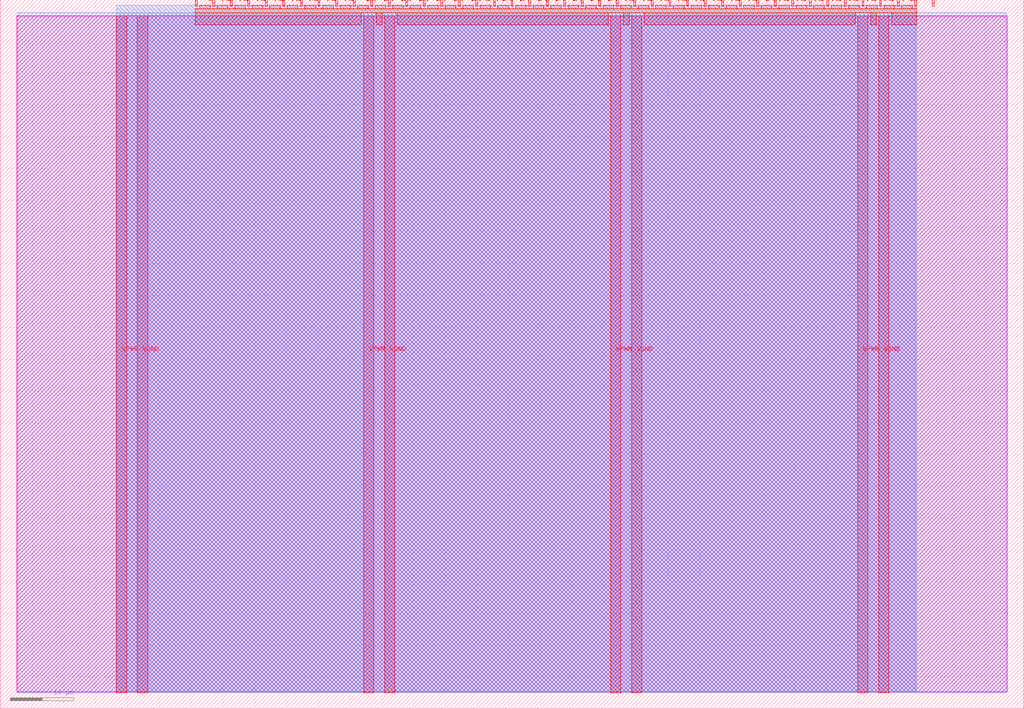
<source format=lef>
VERSION 5.7 ;
  NOWIREEXTENSIONATPIN ON ;
  DIVIDERCHAR "/" ;
  BUSBITCHARS "[]" ;
MACRO tt_um_wokwi_444910895295771649
  CLASS BLOCK ;
  FOREIGN tt_um_wokwi_444910895295771649 ;
  ORIGIN 0.000 0.000 ;
  SIZE 161.000 BY 111.520 ;
  PIN VGND
    DIRECTION INOUT ;
    USE GROUND ;
    PORT
      LAYER met4 ;
        RECT 21.580 2.480 23.180 109.040 ;
    END
    PORT
      LAYER met4 ;
        RECT 60.450 2.480 62.050 109.040 ;
    END
    PORT
      LAYER met4 ;
        RECT 99.320 2.480 100.920 109.040 ;
    END
    PORT
      LAYER met4 ;
        RECT 138.190 2.480 139.790 109.040 ;
    END
  END VGND
  PIN VPWR
    DIRECTION INOUT ;
    USE POWER ;
    PORT
      LAYER met4 ;
        RECT 18.280 2.480 19.880 109.040 ;
    END
    PORT
      LAYER met4 ;
        RECT 57.150 2.480 58.750 109.040 ;
    END
    PORT
      LAYER met4 ;
        RECT 96.020 2.480 97.620 109.040 ;
    END
    PORT
      LAYER met4 ;
        RECT 134.890 2.480 136.490 109.040 ;
    END
  END VPWR
  PIN clk
    DIRECTION INPUT ;
    USE SIGNAL ;
    ANTENNAGATEAREA 0.126000 ;
    PORT
      LAYER met4 ;
        RECT 143.830 110.520 144.130 111.520 ;
    END
  END clk
  PIN ena
    DIRECTION INPUT ;
    USE SIGNAL ;
    PORT
      LAYER met4 ;
        RECT 146.590 110.520 146.890 111.520 ;
    END
  END ena
  PIN rst_n
    DIRECTION INPUT ;
    USE SIGNAL ;
    ANTENNAGATEAREA 0.196500 ;
    PORT
      LAYER met4 ;
        RECT 141.070 110.520 141.370 111.520 ;
    END
  END rst_n
  PIN ui_in[0]
    DIRECTION INPUT ;
    USE SIGNAL ;
    ANTENNAGATEAREA 0.196500 ;
    PORT
      LAYER met4 ;
        RECT 138.310 110.520 138.610 111.520 ;
    END
  END ui_in[0]
  PIN ui_in[1]
    DIRECTION INPUT ;
    USE SIGNAL ;
    ANTENNAGATEAREA 0.196500 ;
    PORT
      LAYER met4 ;
        RECT 135.550 110.520 135.850 111.520 ;
    END
  END ui_in[1]
  PIN ui_in[2]
    DIRECTION INPUT ;
    USE SIGNAL ;
    ANTENNAGATEAREA 0.196500 ;
    PORT
      LAYER met4 ;
        RECT 132.790 110.520 133.090 111.520 ;
    END
  END ui_in[2]
  PIN ui_in[3]
    DIRECTION INPUT ;
    USE SIGNAL ;
    ANTENNAGATEAREA 0.196500 ;
    PORT
      LAYER met4 ;
        RECT 130.030 110.520 130.330 111.520 ;
    END
  END ui_in[3]
  PIN ui_in[4]
    DIRECTION INPUT ;
    USE SIGNAL ;
    ANTENNAGATEAREA 0.159000 ;
    PORT
      LAYER met4 ;
        RECT 127.270 110.520 127.570 111.520 ;
    END
  END ui_in[4]
  PIN ui_in[5]
    DIRECTION INPUT ;
    USE SIGNAL ;
    ANTENNAGATEAREA 0.159000 ;
    PORT
      LAYER met4 ;
        RECT 124.510 110.520 124.810 111.520 ;
    END
  END ui_in[5]
  PIN ui_in[6]
    DIRECTION INPUT ;
    USE SIGNAL ;
    ANTENNAGATEAREA 0.159000 ;
    PORT
      LAYER met4 ;
        RECT 121.750 110.520 122.050 111.520 ;
    END
  END ui_in[6]
  PIN ui_in[7]
    DIRECTION INPUT ;
    USE SIGNAL ;
    ANTENNAGATEAREA 0.159000 ;
    PORT
      LAYER met4 ;
        RECT 118.990 110.520 119.290 111.520 ;
    END
  END ui_in[7]
  PIN uio_in[0]
    DIRECTION INPUT ;
    USE SIGNAL ;
    PORT
      LAYER met4 ;
        RECT 116.230 110.520 116.530 111.520 ;
    END
  END uio_in[0]
  PIN uio_in[1]
    DIRECTION INPUT ;
    USE SIGNAL ;
    PORT
      LAYER met4 ;
        RECT 113.470 110.520 113.770 111.520 ;
    END
  END uio_in[1]
  PIN uio_in[2]
    DIRECTION INPUT ;
    USE SIGNAL ;
    PORT
      LAYER met4 ;
        RECT 110.710 110.520 111.010 111.520 ;
    END
  END uio_in[2]
  PIN uio_in[3]
    DIRECTION INPUT ;
    USE SIGNAL ;
    PORT
      LAYER met4 ;
        RECT 107.950 110.520 108.250 111.520 ;
    END
  END uio_in[3]
  PIN uio_in[4]
    DIRECTION INPUT ;
    USE SIGNAL ;
    PORT
      LAYER met4 ;
        RECT 105.190 110.520 105.490 111.520 ;
    END
  END uio_in[4]
  PIN uio_in[5]
    DIRECTION INPUT ;
    USE SIGNAL ;
    PORT
      LAYER met4 ;
        RECT 102.430 110.520 102.730 111.520 ;
    END
  END uio_in[5]
  PIN uio_in[6]
    DIRECTION INPUT ;
    USE SIGNAL ;
    PORT
      LAYER met4 ;
        RECT 99.670 110.520 99.970 111.520 ;
    END
  END uio_in[6]
  PIN uio_in[7]
    DIRECTION INPUT ;
    USE SIGNAL ;
    PORT
      LAYER met4 ;
        RECT 96.910 110.520 97.210 111.520 ;
    END
  END uio_in[7]
  PIN uio_oe[0]
    DIRECTION OUTPUT ;
    USE SIGNAL ;
    PORT
      LAYER met4 ;
        RECT 49.990 110.520 50.290 111.520 ;
    END
  END uio_oe[0]
  PIN uio_oe[1]
    DIRECTION OUTPUT ;
    USE SIGNAL ;
    PORT
      LAYER met4 ;
        RECT 47.230 110.520 47.530 111.520 ;
    END
  END uio_oe[1]
  PIN uio_oe[2]
    DIRECTION OUTPUT ;
    USE SIGNAL ;
    PORT
      LAYER met4 ;
        RECT 44.470 110.520 44.770 111.520 ;
    END
  END uio_oe[2]
  PIN uio_oe[3]
    DIRECTION OUTPUT ;
    USE SIGNAL ;
    PORT
      LAYER met4 ;
        RECT 41.710 110.520 42.010 111.520 ;
    END
  END uio_oe[3]
  PIN uio_oe[4]
    DIRECTION OUTPUT ;
    USE SIGNAL ;
    PORT
      LAYER met4 ;
        RECT 38.950 110.520 39.250 111.520 ;
    END
  END uio_oe[4]
  PIN uio_oe[5]
    DIRECTION OUTPUT ;
    USE SIGNAL ;
    PORT
      LAYER met4 ;
        RECT 36.190 110.520 36.490 111.520 ;
    END
  END uio_oe[5]
  PIN uio_oe[6]
    DIRECTION OUTPUT ;
    USE SIGNAL ;
    PORT
      LAYER met4 ;
        RECT 33.430 110.520 33.730 111.520 ;
    END
  END uio_oe[6]
  PIN uio_oe[7]
    DIRECTION OUTPUT ;
    USE SIGNAL ;
    PORT
      LAYER met4 ;
        RECT 30.670 110.520 30.970 111.520 ;
    END
  END uio_oe[7]
  PIN uio_out[0]
    DIRECTION OUTPUT ;
    USE SIGNAL ;
    PORT
      LAYER met4 ;
        RECT 72.070 110.520 72.370 111.520 ;
    END
  END uio_out[0]
  PIN uio_out[1]
    DIRECTION OUTPUT ;
    USE SIGNAL ;
    PORT
      LAYER met4 ;
        RECT 69.310 110.520 69.610 111.520 ;
    END
  END uio_out[1]
  PIN uio_out[2]
    DIRECTION OUTPUT ;
    USE SIGNAL ;
    PORT
      LAYER met4 ;
        RECT 66.550 110.520 66.850 111.520 ;
    END
  END uio_out[2]
  PIN uio_out[3]
    DIRECTION OUTPUT ;
    USE SIGNAL ;
    PORT
      LAYER met4 ;
        RECT 63.790 110.520 64.090 111.520 ;
    END
  END uio_out[3]
  PIN uio_out[4]
    DIRECTION OUTPUT ;
    USE SIGNAL ;
    PORT
      LAYER met4 ;
        RECT 61.030 110.520 61.330 111.520 ;
    END
  END uio_out[4]
  PIN uio_out[5]
    DIRECTION OUTPUT ;
    USE SIGNAL ;
    PORT
      LAYER met4 ;
        RECT 58.270 110.520 58.570 111.520 ;
    END
  END uio_out[5]
  PIN uio_out[6]
    DIRECTION OUTPUT ;
    USE SIGNAL ;
    PORT
      LAYER met4 ;
        RECT 55.510 110.520 55.810 111.520 ;
    END
  END uio_out[6]
  PIN uio_out[7]
    DIRECTION OUTPUT ;
    USE SIGNAL ;
    PORT
      LAYER met4 ;
        RECT 52.750 110.520 53.050 111.520 ;
    END
  END uio_out[7]
  PIN uo_out[0]
    DIRECTION OUTPUT ;
    USE SIGNAL ;
    ANTENNADIFFAREA 0.445500 ;
    PORT
      LAYER met4 ;
        RECT 94.150 110.520 94.450 111.520 ;
    END
  END uo_out[0]
  PIN uo_out[1]
    DIRECTION OUTPUT ;
    USE SIGNAL ;
    ANTENNADIFFAREA 0.795200 ;
    PORT
      LAYER met4 ;
        RECT 91.390 110.520 91.690 111.520 ;
    END
  END uo_out[1]
  PIN uo_out[2]
    DIRECTION OUTPUT ;
    USE SIGNAL ;
    ANTENNADIFFAREA 0.445500 ;
    PORT
      LAYER met4 ;
        RECT 88.630 110.520 88.930 111.520 ;
    END
  END uo_out[2]
  PIN uo_out[3]
    DIRECTION OUTPUT ;
    USE SIGNAL ;
    ANTENNADIFFAREA 0.445500 ;
    PORT
      LAYER met4 ;
        RECT 85.870 110.520 86.170 111.520 ;
    END
  END uo_out[3]
  PIN uo_out[4]
    DIRECTION OUTPUT ;
    USE SIGNAL ;
    ANTENNADIFFAREA 0.445500 ;
    PORT
      LAYER met4 ;
        RECT 83.110 110.520 83.410 111.520 ;
    END
  END uo_out[4]
  PIN uo_out[5]
    DIRECTION OUTPUT ;
    USE SIGNAL ;
    ANTENNADIFFAREA 0.445500 ;
    PORT
      LAYER met4 ;
        RECT 80.350 110.520 80.650 111.520 ;
    END
  END uo_out[5]
  PIN uo_out[6]
    DIRECTION OUTPUT ;
    USE SIGNAL ;
    ANTENNADIFFAREA 0.445500 ;
    PORT
      LAYER met4 ;
        RECT 77.590 110.520 77.890 111.520 ;
    END
  END uo_out[6]
  PIN uo_out[7]
    DIRECTION OUTPUT ;
    USE SIGNAL ;
    ANTENNADIFFAREA 0.445500 ;
    PORT
      LAYER met4 ;
        RECT 74.830 110.520 75.130 111.520 ;
    END
  END uo_out[7]
  OBS
      LAYER nwell ;
        RECT 2.570 2.635 158.430 108.990 ;
      LAYER li1 ;
        RECT 2.760 2.635 158.240 108.885 ;
      LAYER met1 ;
        RECT 2.760 2.480 158.240 109.440 ;
      LAYER met2 ;
        RECT 18.310 2.535 143.890 110.685 ;
      LAYER met3 ;
        RECT 18.290 2.555 144.170 110.665 ;
      LAYER met4 ;
        RECT 31.370 110.120 33.030 110.665 ;
        RECT 34.130 110.120 35.790 110.665 ;
        RECT 36.890 110.120 38.550 110.665 ;
        RECT 39.650 110.120 41.310 110.665 ;
        RECT 42.410 110.120 44.070 110.665 ;
        RECT 45.170 110.120 46.830 110.665 ;
        RECT 47.930 110.120 49.590 110.665 ;
        RECT 50.690 110.120 52.350 110.665 ;
        RECT 53.450 110.120 55.110 110.665 ;
        RECT 56.210 110.120 57.870 110.665 ;
        RECT 58.970 110.120 60.630 110.665 ;
        RECT 61.730 110.120 63.390 110.665 ;
        RECT 64.490 110.120 66.150 110.665 ;
        RECT 67.250 110.120 68.910 110.665 ;
        RECT 70.010 110.120 71.670 110.665 ;
        RECT 72.770 110.120 74.430 110.665 ;
        RECT 75.530 110.120 77.190 110.665 ;
        RECT 78.290 110.120 79.950 110.665 ;
        RECT 81.050 110.120 82.710 110.665 ;
        RECT 83.810 110.120 85.470 110.665 ;
        RECT 86.570 110.120 88.230 110.665 ;
        RECT 89.330 110.120 90.990 110.665 ;
        RECT 92.090 110.120 93.750 110.665 ;
        RECT 94.850 110.120 96.510 110.665 ;
        RECT 97.610 110.120 99.270 110.665 ;
        RECT 100.370 110.120 102.030 110.665 ;
        RECT 103.130 110.120 104.790 110.665 ;
        RECT 105.890 110.120 107.550 110.665 ;
        RECT 108.650 110.120 110.310 110.665 ;
        RECT 111.410 110.120 113.070 110.665 ;
        RECT 114.170 110.120 115.830 110.665 ;
        RECT 116.930 110.120 118.590 110.665 ;
        RECT 119.690 110.120 121.350 110.665 ;
        RECT 122.450 110.120 124.110 110.665 ;
        RECT 125.210 110.120 126.870 110.665 ;
        RECT 127.970 110.120 129.630 110.665 ;
        RECT 130.730 110.120 132.390 110.665 ;
        RECT 133.490 110.120 135.150 110.665 ;
        RECT 136.250 110.120 137.910 110.665 ;
        RECT 139.010 110.120 140.670 110.665 ;
        RECT 141.770 110.120 143.430 110.665 ;
        RECT 30.655 109.440 144.145 110.120 ;
        RECT 30.655 107.615 56.750 109.440 ;
        RECT 59.150 107.615 60.050 109.440 ;
        RECT 62.450 107.615 95.620 109.440 ;
        RECT 98.020 107.615 98.920 109.440 ;
        RECT 101.320 107.615 134.490 109.440 ;
        RECT 136.890 107.615 137.790 109.440 ;
        RECT 140.190 107.615 144.145 109.440 ;
  END
END tt_um_wokwi_444910895295771649
END LIBRARY


</source>
